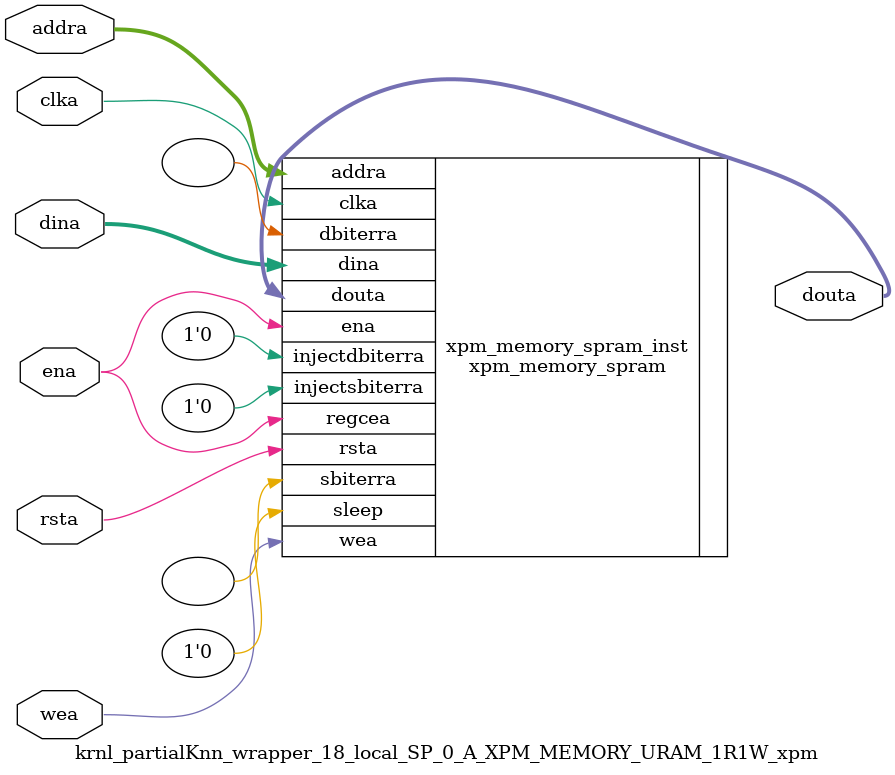
<source format=v>
`timescale 1 ns / 1 ps
module krnl_partialKnn_wrapper_18_local_SP_0_A_XPM_MEMORY_URAM_1R1W_xpm # (
  // Common module parameters
  parameter integer                 MEMORY_SIZE        = 524288,
  parameter                         MEMORY_PRIMITIVE   = "ultra",
  parameter                         ECC_MODE           = "no_ecc",
  parameter                         MEMORY_INIT_FILE   = "none",
  parameter                         WAKEUP_TIME        = "disable_sleep",
  parameter integer                 MESSAGE_CONTROL    = 0,
  // Port A module parameters
  parameter integer                 WRITE_DATA_WIDTH_A = 256,
  parameter integer                 READ_DATA_WIDTH_A  = WRITE_DATA_WIDTH_A,
  parameter integer                 BYTE_WRITE_WIDTH_A = WRITE_DATA_WIDTH_A,
  parameter integer                 ADDR_WIDTH_A       = 11,
  parameter                         READ_RESET_VALUE_A = "0",
  parameter integer                 READ_LATENCY_A     = 1,
  parameter                         WRITE_MODE_A       = "read_first"
) (
  // Port A module ports
  input  wire                                               clka,
  input  wire                                               rsta,
  input  wire                                               ena,
  input  wire [(WRITE_DATA_WIDTH_A/BYTE_WRITE_WIDTH_A)-1:0] wea,
  input  wire [ADDR_WIDTH_A-1:0]                            addra,
  input  wire [WRITE_DATA_WIDTH_A-1:0]                      dina,
  output wire [READ_DATA_WIDTH_A-1:0]                       douta
);
// Set parameter values and connect ports to instantiate an XPM_MEMORY single port RAM configuration
xpm_memory_spram # (
  // Common module parameters
  .MEMORY_SIZE        (MEMORY_SIZE),   //positive integer
  .MEMORY_PRIMITIVE   (MEMORY_PRIMITIVE),      //string; "auto", "distributed", "block" or "ultra";
  .ECC_MODE           (ECC_MODE),      //do not change
  .MEMORY_INIT_FILE   (MEMORY_INIT_FILE), //string; "none" or "<filename>.mem" 
  .MEMORY_INIT_PARAM  (""), //string;
  .WAKEUP_TIME        (WAKEUP_TIME),      //string; "disable_sleep" or "use_sleep_pin"
  .MESSAGE_CONTROL    (MESSAGE_CONTROL),      //do not change
  // Port A module parameters
  .WRITE_DATA_WIDTH_A (WRITE_DATA_WIDTH_A),     //positive integer
  .READ_DATA_WIDTH_A  (READ_DATA_WIDTH_A),     //positive integer
  .BYTE_WRITE_WIDTH_A (BYTE_WRITE_WIDTH_A),     //integer; 8, 9, or WRITE_DATA_WIDTH_A value
  .ADDR_WIDTH_A       (ADDR_WIDTH_A),      //positive integer
  .READ_RESET_VALUE_A (READ_RESET_VALUE_A),  //string
  .READ_LATENCY_A     (READ_LATENCY_A),      //non-negative integer
  .WRITE_MODE_A       (WRITE_MODE_A)       //string; "write_first", "read_first", "no_change"
) xpm_memory_spram_inst (
  // Common module ports
  .sleep          (1'b0),  //do not change
  // Port A module ports
  .clka           (clka),
  .rsta           (rsta),
  .ena            (ena),
  .regcea         (ena),
  .wea            (wea),
  .addra          (addra),
  .dina           (dina),
  .injectsbiterra (1'b0),  //do not change
  .injectdbiterra (1'b0),  //do not change
  .douta          (douta),
  .sbiterra       (),      //do not change
  .dbiterra       ()       //do not change
);
endmodule
</source>
